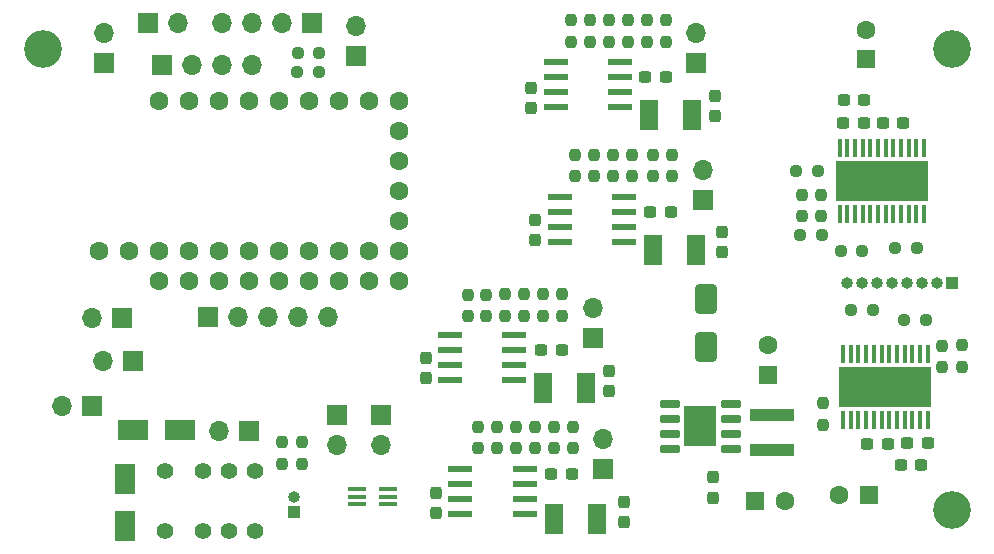
<source format=gbr>
%TF.GenerationSoftware,KiCad,Pcbnew,7.0.9*%
%TF.CreationDate,2024-04-29T07:26:28+03:00*%
%TF.ProjectId,Pistol_Camera_Driver,50697374-6f6c-45f4-9361-6d6572615f44,rev?*%
%TF.SameCoordinates,Original*%
%TF.FileFunction,Soldermask,Top*%
%TF.FilePolarity,Negative*%
%FSLAX46Y46*%
G04 Gerber Fmt 4.6, Leading zero omitted, Abs format (unit mm)*
G04 Created by KiCad (PCBNEW 7.0.9) date 2024-04-29 07:26:28*
%MOMM*%
%LPD*%
G01*
G04 APERTURE LIST*
G04 Aperture macros list*
%AMRoundRect*
0 Rectangle with rounded corners*
0 $1 Rounding radius*
0 $2 $3 $4 $5 $6 $7 $8 $9 X,Y pos of 4 corners*
0 Add a 4 corners polygon primitive as box body*
4,1,4,$2,$3,$4,$5,$6,$7,$8,$9,$2,$3,0*
0 Add four circle primitives for the rounded corners*
1,1,$1+$1,$2,$3*
1,1,$1+$1,$4,$5*
1,1,$1+$1,$6,$7*
1,1,$1+$1,$8,$9*
0 Add four rect primitives between the rounded corners*
20,1,$1+$1,$2,$3,$4,$5,0*
20,1,$1+$1,$4,$5,$6,$7,0*
20,1,$1+$1,$6,$7,$8,$9,0*
20,1,$1+$1,$8,$9,$2,$3,0*%
G04 Aperture macros list end*
%ADD10R,2.500000X1.800000*%
%ADD11RoundRect,0.237500X0.250000X0.237500X-0.250000X0.237500X-0.250000X-0.237500X0.250000X-0.237500X0*%
%ADD12R,1.000000X1.000000*%
%ADD13O,1.000000X1.000000*%
%ADD14C,1.600000*%
%ADD15R,0.300000X1.550000*%
%ADD16R,7.800000X3.400000*%
%ADD17RoundRect,0.150000X0.737500X0.150000X-0.737500X0.150000X-0.737500X-0.150000X0.737500X-0.150000X0*%
%ADD18R,2.710000X3.400000*%
%ADD19O,1.700000X1.700000*%
%ADD20R,1.700000X1.700000*%
%ADD21RoundRect,0.237500X0.237500X-0.250000X0.237500X0.250000X-0.237500X0.250000X-0.237500X-0.250000X0*%
%ADD22RoundRect,0.237500X-0.300000X-0.237500X0.300000X-0.237500X0.300000X0.237500X-0.300000X0.237500X0*%
%ADD23R,1.500000X2.500000*%
%ADD24R,1.500000X0.400000*%
%ADD25RoundRect,0.237500X-0.237500X0.300000X-0.237500X-0.300000X0.237500X-0.300000X0.237500X0.300000X0*%
%ADD26C,1.400000*%
%ADD27RoundRect,0.237500X0.300000X0.237500X-0.300000X0.237500X-0.300000X-0.237500X0.300000X-0.237500X0*%
%ADD28R,1.600000X1.600000*%
%ADD29R,3.700000X1.100000*%
%ADD30RoundRect,0.237500X-0.237500X0.250000X-0.237500X-0.250000X0.237500X-0.250000X0.237500X0.250000X0*%
%ADD31RoundRect,0.237500X0.237500X-0.300000X0.237500X0.300000X-0.237500X0.300000X-0.237500X-0.300000X0*%
%ADD32RoundRect,0.237500X-0.250000X-0.237500X0.250000X-0.237500X0.250000X0.237500X-0.250000X0.237500X0*%
%ADD33R,1.800000X2.500000*%
%ADD34R,2.000000X0.600000*%
%ADD35C,3.200000*%
%ADD36RoundRect,0.250000X0.650000X-1.000000X0.650000X1.000000X-0.650000X1.000000X-0.650000X-1.000000X0*%
G04 APERTURE END LIST*
D10*
%TO.C,D8*%
X48300000Y-67900000D03*
X52300000Y-67900000D03*
%TD*%
D11*
%TO.C,R6*%
X64075000Y-35950000D03*
X62250000Y-35950000D03*
%TD*%
%TO.C,R3*%
X64025000Y-37600000D03*
X62200000Y-37600000D03*
%TD*%
D12*
%TO.C,J11*%
X61900000Y-74800000D03*
D13*
X61900000Y-73530000D03*
%TD*%
D14*
%TO.C,U10*%
X50520000Y-40000000D03*
X53060000Y-40000000D03*
X55600000Y-40000000D03*
X58140000Y-40000000D03*
X60680000Y-40000000D03*
X63220000Y-40000000D03*
X65760000Y-40000000D03*
X68300000Y-40000000D03*
X70840000Y-40000000D03*
X70840000Y-42540000D03*
X70840000Y-45080000D03*
X70840000Y-47620000D03*
X70840000Y-50160000D03*
X70840000Y-52700000D03*
X70840000Y-55240000D03*
X68300000Y-55240000D03*
X68300000Y-52700000D03*
X65760000Y-52700000D03*
X63220000Y-52700000D03*
X60680000Y-52700000D03*
X58140000Y-52700000D03*
X55600000Y-52700000D03*
X53060000Y-52700000D03*
X50520000Y-52700000D03*
X47980000Y-52700000D03*
X65760000Y-55240000D03*
X63220000Y-55240000D03*
X60680000Y-55240000D03*
X58140000Y-55240000D03*
X55600000Y-55240000D03*
X53060000Y-55240000D03*
X50520000Y-55240000D03*
X45440000Y-52700000D03*
%TD*%
D15*
%TO.C,U5*%
X115575000Y-61400000D03*
X114925000Y-61400000D03*
X114275000Y-61400000D03*
X113625000Y-61400000D03*
X112975000Y-61400000D03*
X112325000Y-61400000D03*
X111675000Y-61400000D03*
X111025000Y-61400000D03*
X110375000Y-61400000D03*
X109725000Y-61400000D03*
X109075000Y-61400000D03*
X108425000Y-61400000D03*
X108425000Y-67000000D03*
X109075000Y-67000000D03*
X109725000Y-67000000D03*
X110375000Y-67000000D03*
X111025000Y-67000000D03*
X111675000Y-67000000D03*
X112325000Y-67000000D03*
X112975000Y-67000000D03*
X113625000Y-67000000D03*
X114275000Y-67000000D03*
X114925000Y-67000000D03*
X115575000Y-67000000D03*
D16*
X112000000Y-64200000D03*
%TD*%
D15*
%TO.C,U4*%
X108125000Y-49600000D03*
X108775000Y-49600000D03*
X109425000Y-49600000D03*
X110075000Y-49600000D03*
X110725000Y-49600000D03*
X111375000Y-49600000D03*
X112025000Y-49600000D03*
X112675000Y-49600000D03*
X113325000Y-49600000D03*
X113975000Y-49600000D03*
X114625000Y-49600000D03*
X115275000Y-49600000D03*
X115275000Y-44000000D03*
X114625000Y-44000000D03*
X113975000Y-44000000D03*
X113325000Y-44000000D03*
X112675000Y-44000000D03*
X112025000Y-44000000D03*
X111375000Y-44000000D03*
X110725000Y-44000000D03*
X110075000Y-44000000D03*
X109425000Y-44000000D03*
X108775000Y-44000000D03*
X108125000Y-44000000D03*
D16*
X111700000Y-46800000D03*
%TD*%
D17*
%TO.C,U1*%
X93775000Y-69455000D03*
X93775000Y-68185000D03*
X93775000Y-66915000D03*
X93775000Y-65645000D03*
X98900000Y-65645000D03*
X98900000Y-66915000D03*
X98900000Y-68185000D03*
X98900000Y-69455000D03*
D18*
X96337500Y-67550000D03*
%TD*%
D19*
%TO.C,J8*%
X65600000Y-69140000D03*
D20*
X65600000Y-66600000D03*
%TD*%
D21*
%TO.C,R23*%
X87000000Y-33175000D03*
X87000000Y-35000000D03*
%TD*%
D22*
%TO.C,C12*%
X113850000Y-68950000D03*
X115575000Y-68950000D03*
%TD*%
D23*
%TO.C,L2*%
X92300000Y-52600000D03*
X96000000Y-52600000D03*
%TD*%
D24*
%TO.C,Q1*%
X69900000Y-74150000D03*
X69900000Y-73500000D03*
X69900000Y-72850000D03*
X67240000Y-72850000D03*
X67240000Y-73500000D03*
X67240000Y-74150000D03*
%TD*%
D25*
%TO.C,C17*%
X98200000Y-51075000D03*
X98200000Y-52800000D03*
%TD*%
%TO.C,C3*%
X88625000Y-62832500D03*
X88625000Y-64557500D03*
%TD*%
D20*
%TO.C,J1*%
X67200000Y-36200000D03*
D19*
X67200000Y-33660000D03*
%TD*%
D21*
%TO.C,R30*%
X79825000Y-58207500D03*
X79825000Y-56382500D03*
%TD*%
D26*
%TO.C,K1*%
X51000000Y-76440000D03*
X54200000Y-76440000D03*
X56400000Y-76440000D03*
X58600000Y-76440000D03*
X58600000Y-71360000D03*
X56400000Y-71360000D03*
X54200000Y-71360000D03*
X51000000Y-71360000D03*
%TD*%
D20*
%TO.C,J5*%
X69300000Y-66600000D03*
D19*
X69300000Y-69140000D03*
%TD*%
D11*
%TO.C,R7*%
X114650000Y-52450000D03*
X112825000Y-52450000D03*
%TD*%
D21*
%TO.C,R33*%
X83925000Y-69407500D03*
X83925000Y-67582500D03*
%TD*%
D20*
%TO.C,J14*%
X49600000Y-33400000D03*
D19*
X52140000Y-33400000D03*
%TD*%
D21*
%TO.C,R26*%
X87350000Y-44575000D03*
X87350000Y-46400000D03*
%TD*%
%TO.C,R10*%
X118450000Y-62512500D03*
X118450000Y-60687500D03*
%TD*%
%TO.C,R37*%
X85750000Y-46400000D03*
X85750000Y-44575000D03*
%TD*%
%TO.C,R35*%
X80725000Y-69432500D03*
X80725000Y-67607500D03*
%TD*%
D27*
%TO.C,C21*%
X84600000Y-61095000D03*
X82875000Y-61095000D03*
%TD*%
D28*
%TO.C,C1*%
X110400000Y-36500000D03*
D14*
X110400000Y-34000000D03*
%TD*%
D28*
%TO.C,C9*%
X110582380Y-73400000D03*
D14*
X108082380Y-73400000D03*
%TD*%
D29*
%TO.C,L5*%
X102400000Y-69600000D03*
X102400000Y-66600000D03*
%TD*%
D21*
%TO.C,R25*%
X88950000Y-46375000D03*
X88950000Y-44550000D03*
%TD*%
D27*
%TO.C,C7*%
X113512500Y-41850000D03*
X111787500Y-41850000D03*
%TD*%
D21*
%TO.C,R34*%
X82325000Y-69407500D03*
X82325000Y-67582500D03*
%TD*%
D30*
%TO.C,R19*%
X62600000Y-68900000D03*
X62600000Y-70725000D03*
%TD*%
D31*
%TO.C,C19*%
X73075000Y-63495000D03*
X73075000Y-61770000D03*
%TD*%
D25*
%TO.C,C20*%
X89900000Y-73975000D03*
X89900000Y-75700000D03*
%TD*%
D21*
%TO.C,R31*%
X78225000Y-58232500D03*
X78225000Y-56407500D03*
%TD*%
D31*
%TO.C,C16*%
X82300000Y-51800000D03*
X82300000Y-50075000D03*
%TD*%
D21*
%TO.C,R9*%
X116800000Y-62562500D03*
X116800000Y-60737500D03*
%TD*%
D30*
%TO.C,R1*%
X106550000Y-47937500D03*
X106550000Y-49762500D03*
%TD*%
%TO.C,R4*%
X104900000Y-47937500D03*
X104900000Y-49762500D03*
%TD*%
D20*
%TO.C,J3*%
X44840000Y-65800000D03*
D19*
X42300000Y-65800000D03*
%TD*%
D32*
%TO.C,R2*%
X104800000Y-51350000D03*
X106625000Y-51350000D03*
%TD*%
D20*
%TO.C,J17*%
X47340000Y-58400000D03*
D19*
X44800000Y-58400000D03*
%TD*%
D22*
%TO.C,C5*%
X108487500Y-39900000D03*
X110212500Y-39900000D03*
%TD*%
%TO.C,C11*%
X110487500Y-69050000D03*
X112212500Y-69050000D03*
%TD*%
D31*
%TO.C,C22*%
X73925000Y-73170000D03*
X73925000Y-74895000D03*
%TD*%
D21*
%TO.C,R21*%
X90200000Y-35000000D03*
X90200000Y-33175000D03*
%TD*%
D32*
%TO.C,R12*%
X109100000Y-57750000D03*
X110925000Y-57750000D03*
%TD*%
D27*
%TO.C,C24*%
X85450000Y-71600000D03*
X83725000Y-71600000D03*
%TD*%
D33*
%TO.C,D7*%
X47600000Y-76000000D03*
X47600000Y-72000000D03*
%TD*%
D32*
%TO.C,R8*%
X104450000Y-45950000D03*
X106275000Y-45950000D03*
%TD*%
%TO.C,R5*%
X108237500Y-52750000D03*
X110062500Y-52750000D03*
%TD*%
D21*
%TO.C,R28*%
X83025000Y-58207500D03*
X83025000Y-56382500D03*
%TD*%
D34*
%TO.C,U8*%
X80600000Y-63600000D03*
X80600000Y-62330000D03*
X80600000Y-61060000D03*
X80600000Y-59790000D03*
X75150000Y-59790000D03*
X75150000Y-61060000D03*
X75150000Y-62330000D03*
X75150000Y-63600000D03*
%TD*%
D21*
%TO.C,R32*%
X85525000Y-69407500D03*
X85525000Y-67582500D03*
%TD*%
%TO.C,R24*%
X85400000Y-33175000D03*
X85400000Y-35000000D03*
%TD*%
D22*
%TO.C,C10*%
X113287500Y-70850000D03*
X115012500Y-70850000D03*
%TD*%
D27*
%TO.C,C14*%
X93400000Y-38000000D03*
X91675000Y-38000000D03*
%TD*%
D35*
%TO.C,REF\u002A\u002A*%
X40645000Y-35650000D03*
%TD*%
D28*
%TO.C,C6*%
X102100000Y-63200000D03*
D14*
X102100000Y-60700000D03*
%TD*%
D20*
%TO.C,J4*%
X58150000Y-67925000D03*
D19*
X55610000Y-67925000D03*
%TD*%
%TO.C,J15*%
X45850000Y-34250000D03*
D20*
X45850000Y-36790000D03*
%TD*%
D27*
%TO.C,C18*%
X93825000Y-49400000D03*
X92100000Y-49400000D03*
%TD*%
D21*
%TO.C,R36*%
X79125000Y-69407500D03*
X79125000Y-67582500D03*
%TD*%
D35*
%TO.C,REF\u002A\u002A*%
X117645000Y-74650000D03*
%TD*%
D21*
%TO.C,R27*%
X84625000Y-58207500D03*
X84625000Y-56382500D03*
%TD*%
D25*
%TO.C,C13*%
X97600000Y-39600000D03*
X97600000Y-41325000D03*
%TD*%
D23*
%TO.C,L3*%
X82975000Y-64295000D03*
X86675000Y-64295000D03*
%TD*%
D20*
%TO.C,J13*%
X63480000Y-33400000D03*
D19*
X60940000Y-33400000D03*
X58400000Y-33400000D03*
X55860000Y-33400000D03*
%TD*%
D34*
%TO.C,U6*%
X89525000Y-40505000D03*
X89525000Y-39235000D03*
X89525000Y-37965000D03*
X89525000Y-36695000D03*
X84075000Y-36695000D03*
X84075000Y-37965000D03*
X84075000Y-39235000D03*
X84075000Y-40505000D03*
%TD*%
D11*
%TO.C,R11*%
X115412500Y-58550000D03*
X113587500Y-58550000D03*
%TD*%
D34*
%TO.C,U9*%
X81450000Y-75000000D03*
X81450000Y-73730000D03*
X81450000Y-72460000D03*
X81450000Y-71190000D03*
X76000000Y-71190000D03*
X76000000Y-72460000D03*
X76000000Y-73730000D03*
X76000000Y-75000000D03*
%TD*%
D21*
%TO.C,R39*%
X77525000Y-69407500D03*
X77525000Y-67582500D03*
%TD*%
D36*
%TO.C,D2*%
X96800000Y-60800000D03*
X96800000Y-56800000D03*
%TD*%
D34*
%TO.C,U7*%
X89900000Y-51940000D03*
X89900000Y-50670000D03*
X89900000Y-49400000D03*
X89900000Y-48130000D03*
X84450000Y-48130000D03*
X84450000Y-49400000D03*
X84450000Y-50670000D03*
X84450000Y-51940000D03*
%TD*%
D21*
%TO.C,R22*%
X88600000Y-33175000D03*
X88600000Y-35000000D03*
%TD*%
D31*
%TO.C,C15*%
X82010000Y-40600000D03*
X82010000Y-38875000D03*
%TD*%
D21*
%TO.C,R29*%
X81425000Y-58207500D03*
X81425000Y-56382500D03*
%TD*%
D30*
%TO.C,R13*%
X106700000Y-65600000D03*
X106700000Y-67425000D03*
%TD*%
D23*
%TO.C,L1*%
X91950000Y-41200000D03*
X95650000Y-41200000D03*
%TD*%
D20*
%TO.C,J16*%
X48340000Y-62000000D03*
D19*
X45800000Y-62000000D03*
%TD*%
D27*
%TO.C,C8*%
X110162500Y-41900000D03*
X108437500Y-41900000D03*
%TD*%
D23*
%TO.C,L4*%
X83925000Y-75400000D03*
X87625000Y-75400000D03*
%TD*%
D21*
%TO.C,R20*%
X91800000Y-35000000D03*
X91800000Y-33175000D03*
%TD*%
D30*
%TO.C,R17*%
X60900000Y-68900000D03*
X60900000Y-70725000D03*
%TD*%
D19*
%TO.C,J10*%
X58400000Y-37000000D03*
X55860000Y-37000000D03*
X53320000Y-37000000D03*
D20*
X50780000Y-37000000D03*
%TD*%
D19*
%TO.C,J6*%
X64800000Y-58300000D03*
X62260000Y-58300000D03*
X59720000Y-58300000D03*
X57180000Y-58300000D03*
D20*
X54640000Y-58300000D03*
%TD*%
D35*
%TO.C,REF\u002A\u002A*%
X117645000Y-35650000D03*
%TD*%
D21*
%TO.C,R38*%
X76625000Y-58232500D03*
X76625000Y-56407500D03*
%TD*%
D28*
%TO.C,C4*%
X101000000Y-73900000D03*
D14*
X103500000Y-73900000D03*
%TD*%
D25*
%TO.C,C2*%
X97400000Y-71875000D03*
X97400000Y-73600000D03*
%TD*%
D20*
%TO.C,J9*%
X87275000Y-60095000D03*
D19*
X87275000Y-57555000D03*
%TD*%
D21*
%TO.C,R15*%
X93950000Y-46400000D03*
X93950000Y-44575000D03*
%TD*%
%TO.C,R14*%
X93400000Y-35000000D03*
X93400000Y-33175000D03*
%TD*%
D20*
%TO.C,J12*%
X88125000Y-71140000D03*
D19*
X88125000Y-68600000D03*
%TD*%
D20*
%TO.C,J7*%
X96000000Y-36800000D03*
D19*
X96000000Y-34260000D03*
%TD*%
D21*
%TO.C,R16*%
X92350000Y-46375000D03*
X92350000Y-44550000D03*
%TD*%
D19*
%TO.C,Je1*%
X96550000Y-45860000D03*
D20*
X96550000Y-48400000D03*
%TD*%
D21*
%TO.C,R18*%
X90550000Y-46400000D03*
X90550000Y-44575000D03*
%TD*%
D12*
%TO.C,J2*%
X117650000Y-55425000D03*
D13*
X116380000Y-55425000D03*
X115110000Y-55425000D03*
X113840000Y-55425000D03*
X112570000Y-55425000D03*
X111300000Y-55425000D03*
X110030000Y-55425000D03*
X108760000Y-55425000D03*
%TD*%
M02*

</source>
